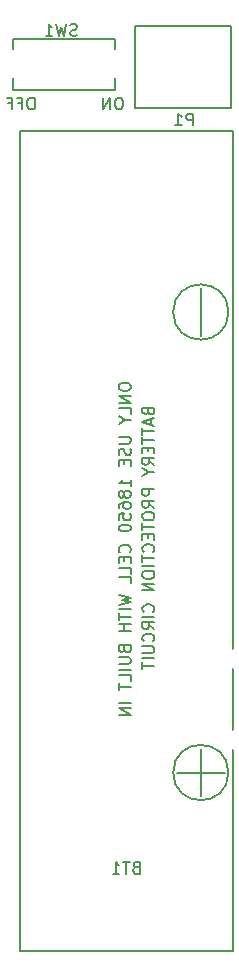
<source format=gbo>
G04 #@! TF.GenerationSoftware,KiCad,Pcbnew,(2017-01-24 revision 0b6147e)-makepkg*
G04 #@! TF.CreationDate,2017-05-22T07:18:10-07:00*
G04 #@! TF.ProjectId,SolderSniffer9000,536F6C646572536E6966666572393030,rev?*
G04 #@! TF.FileFunction,Legend,Bot*
G04 #@! TF.FilePolarity,Positive*
%FSLAX46Y46*%
G04 Gerber Fmt 4.6, Leading zero omitted, Abs format (unit mm)*
G04 Created by KiCad (PCBNEW (2017-01-24 revision 0b6147e)-makepkg) date 05/22/17 07:18:10*
%MOMM*%
%LPD*%
G01*
G04 APERTURE LIST*
%ADD10C,0.100000*%
%ADD11C,0.150000*%
%ADD12C,3.400000*%
%ADD13C,2.400000*%
%ADD14C,1.800000*%
%ADD15C,1.650006*%
%ADD16C,1.504000*%
%ADD17C,4.900000*%
G04 APERTURE END LIST*
D10*
D11*
X153366666Y-48552380D02*
X153176190Y-48552380D01*
X153080952Y-48600000D01*
X152985714Y-48695238D01*
X152938095Y-48885714D01*
X152938095Y-49219047D01*
X152985714Y-49409523D01*
X153080952Y-49504761D01*
X153176190Y-49552380D01*
X153366666Y-49552380D01*
X153461904Y-49504761D01*
X153557142Y-49409523D01*
X153604761Y-49219047D01*
X153604761Y-48885714D01*
X153557142Y-48695238D01*
X153461904Y-48600000D01*
X153366666Y-48552380D01*
X152509523Y-49552380D02*
X152509523Y-48552380D01*
X151938095Y-49552380D01*
X151938095Y-48552380D01*
X145938095Y-48552380D02*
X145747619Y-48552380D01*
X145652380Y-48600000D01*
X145557142Y-48695238D01*
X145509523Y-48885714D01*
X145509523Y-49219047D01*
X145557142Y-49409523D01*
X145652380Y-49504761D01*
X145747619Y-49552380D01*
X145938095Y-49552380D01*
X146033333Y-49504761D01*
X146128571Y-49409523D01*
X146176190Y-49219047D01*
X146176190Y-48885714D01*
X146128571Y-48695238D01*
X146033333Y-48600000D01*
X145938095Y-48552380D01*
X144747619Y-49028571D02*
X145080952Y-49028571D01*
X145080952Y-49552380D02*
X145080952Y-48552380D01*
X144604761Y-48552380D01*
X143890476Y-49028571D02*
X144223809Y-49028571D01*
X144223809Y-49552380D02*
X144223809Y-48552380D01*
X143747619Y-48552380D01*
X160200000Y-107700000D02*
X160200000Y-103700000D01*
X160200000Y-105700000D02*
X162200000Y-105700000D01*
X160200000Y-105700000D02*
X158200000Y-105700000D01*
X160200000Y-64700000D02*
X160200000Y-68700000D01*
X160900000Y-120800000D02*
X146900000Y-120800000D01*
X144900000Y-51800000D02*
X144900000Y-120800000D01*
X162900000Y-51420000D02*
X144900000Y-51420000D01*
X162900000Y-120800000D02*
X162900000Y-51800000D01*
X160900000Y-120800000D02*
X162900000Y-120800000D01*
X146900000Y-120800000D02*
X144900000Y-120800000D01*
X162532413Y-66710000D02*
G75*
G03X162532413Y-66710000I-2342413J0D01*
G01*
X162532413Y-105700000D02*
G75*
G03X162532413Y-105700000I-2342413J0D01*
G01*
X162900000Y-51420000D02*
X162900000Y-51800000D01*
X144900000Y-51420000D02*
X144900000Y-51790000D01*
X154650000Y-49474000D02*
X154650000Y-42474000D01*
X162750000Y-49474000D02*
X162750000Y-42474000D01*
X162750000Y-49474000D02*
X154650000Y-49474000D01*
X154650000Y-42474000D02*
X162750000Y-42474000D01*
X152890000Y-47920000D02*
X144290000Y-47920000D01*
X152890000Y-43620000D02*
X152890000Y-47920000D01*
X144290000Y-43620000D02*
X152890000Y-43620000D01*
X144290000Y-47920000D02*
X144290000Y-43620000D01*
X154685714Y-113728571D02*
X154542857Y-113776190D01*
X154495238Y-113823809D01*
X154447619Y-113919047D01*
X154447619Y-114061904D01*
X154495238Y-114157142D01*
X154542857Y-114204761D01*
X154638095Y-114252380D01*
X155019047Y-114252380D01*
X155019047Y-113252380D01*
X154685714Y-113252380D01*
X154590476Y-113300000D01*
X154542857Y-113347619D01*
X154495238Y-113442857D01*
X154495238Y-113538095D01*
X154542857Y-113633333D01*
X154590476Y-113680952D01*
X154685714Y-113728571D01*
X155019047Y-113728571D01*
X154161904Y-113252380D02*
X153590476Y-113252380D01*
X153876190Y-114252380D02*
X153876190Y-113252380D01*
X152733333Y-114252380D02*
X153304761Y-114252380D01*
X153019047Y-114252380D02*
X153019047Y-113252380D01*
X153114285Y-113395238D01*
X153209523Y-113490476D01*
X153304761Y-113538095D01*
X153252380Y-72942857D02*
X153252380Y-73133333D01*
X153300000Y-73228571D01*
X153395238Y-73323809D01*
X153585714Y-73371428D01*
X153919047Y-73371428D01*
X154109523Y-73323809D01*
X154204761Y-73228571D01*
X154252380Y-73133333D01*
X154252380Y-72942857D01*
X154204761Y-72847619D01*
X154109523Y-72752380D01*
X153919047Y-72704761D01*
X153585714Y-72704761D01*
X153395238Y-72752380D01*
X153300000Y-72847619D01*
X153252380Y-72942857D01*
X154252380Y-73800000D02*
X153252380Y-73800000D01*
X154252380Y-74371428D01*
X153252380Y-74371428D01*
X154252380Y-75323809D02*
X154252380Y-74847619D01*
X153252380Y-74847619D01*
X153776190Y-75847619D02*
X154252380Y-75847619D01*
X153252380Y-75514285D02*
X153776190Y-75847619D01*
X153252380Y-76180952D01*
X153252380Y-77276190D02*
X154061904Y-77276190D01*
X154157142Y-77323809D01*
X154204761Y-77371428D01*
X154252380Y-77466666D01*
X154252380Y-77657142D01*
X154204761Y-77752380D01*
X154157142Y-77800000D01*
X154061904Y-77847619D01*
X153252380Y-77847619D01*
X154204761Y-78276190D02*
X154252380Y-78419047D01*
X154252380Y-78657142D01*
X154204761Y-78752380D01*
X154157142Y-78800000D01*
X154061904Y-78847619D01*
X153966666Y-78847619D01*
X153871428Y-78800000D01*
X153823809Y-78752380D01*
X153776190Y-78657142D01*
X153728571Y-78466666D01*
X153680952Y-78371428D01*
X153633333Y-78323809D01*
X153538095Y-78276190D01*
X153442857Y-78276190D01*
X153347619Y-78323809D01*
X153300000Y-78371428D01*
X153252380Y-78466666D01*
X153252380Y-78704761D01*
X153300000Y-78847619D01*
X153728571Y-79276190D02*
X153728571Y-79609523D01*
X154252380Y-79752380D02*
X154252380Y-79276190D01*
X153252380Y-79276190D01*
X153252380Y-79752380D01*
X154252380Y-81466666D02*
X154252380Y-80895238D01*
X154252380Y-81180952D02*
X153252380Y-81180952D01*
X153395238Y-81085714D01*
X153490476Y-80990476D01*
X153538095Y-80895238D01*
X153680952Y-82038095D02*
X153633333Y-81942857D01*
X153585714Y-81895238D01*
X153490476Y-81847619D01*
X153442857Y-81847619D01*
X153347619Y-81895238D01*
X153300000Y-81942857D01*
X153252380Y-82038095D01*
X153252380Y-82228571D01*
X153300000Y-82323809D01*
X153347619Y-82371428D01*
X153442857Y-82419047D01*
X153490476Y-82419047D01*
X153585714Y-82371428D01*
X153633333Y-82323809D01*
X153680952Y-82228571D01*
X153680952Y-82038095D01*
X153728571Y-81942857D01*
X153776190Y-81895238D01*
X153871428Y-81847619D01*
X154061904Y-81847619D01*
X154157142Y-81895238D01*
X154204761Y-81942857D01*
X154252380Y-82038095D01*
X154252380Y-82228571D01*
X154204761Y-82323809D01*
X154157142Y-82371428D01*
X154061904Y-82419047D01*
X153871428Y-82419047D01*
X153776190Y-82371428D01*
X153728571Y-82323809D01*
X153680952Y-82228571D01*
X153252380Y-83276190D02*
X153252380Y-83085714D01*
X153300000Y-82990476D01*
X153347619Y-82942857D01*
X153490476Y-82847619D01*
X153680952Y-82800000D01*
X154061904Y-82800000D01*
X154157142Y-82847619D01*
X154204761Y-82895238D01*
X154252380Y-82990476D01*
X154252380Y-83180952D01*
X154204761Y-83276190D01*
X154157142Y-83323809D01*
X154061904Y-83371428D01*
X153823809Y-83371428D01*
X153728571Y-83323809D01*
X153680952Y-83276190D01*
X153633333Y-83180952D01*
X153633333Y-82990476D01*
X153680952Y-82895238D01*
X153728571Y-82847619D01*
X153823809Y-82800000D01*
X153252380Y-84276190D02*
X153252380Y-83800000D01*
X153728571Y-83752380D01*
X153680952Y-83800000D01*
X153633333Y-83895238D01*
X153633333Y-84133333D01*
X153680952Y-84228571D01*
X153728571Y-84276190D01*
X153823809Y-84323809D01*
X154061904Y-84323809D01*
X154157142Y-84276190D01*
X154204761Y-84228571D01*
X154252380Y-84133333D01*
X154252380Y-83895238D01*
X154204761Y-83800000D01*
X154157142Y-83752380D01*
X153252380Y-84942857D02*
X153252380Y-85038095D01*
X153300000Y-85133333D01*
X153347619Y-85180952D01*
X153442857Y-85228571D01*
X153633333Y-85276190D01*
X153871428Y-85276190D01*
X154061904Y-85228571D01*
X154157142Y-85180952D01*
X154204761Y-85133333D01*
X154252380Y-85038095D01*
X154252380Y-84942857D01*
X154204761Y-84847619D01*
X154157142Y-84800000D01*
X154061904Y-84752380D01*
X153871428Y-84704761D01*
X153633333Y-84704761D01*
X153442857Y-84752380D01*
X153347619Y-84800000D01*
X153300000Y-84847619D01*
X153252380Y-84942857D01*
X154157142Y-87038095D02*
X154204761Y-86990476D01*
X154252380Y-86847619D01*
X154252380Y-86752380D01*
X154204761Y-86609523D01*
X154109523Y-86514285D01*
X154014285Y-86466666D01*
X153823809Y-86419047D01*
X153680952Y-86419047D01*
X153490476Y-86466666D01*
X153395238Y-86514285D01*
X153300000Y-86609523D01*
X153252380Y-86752380D01*
X153252380Y-86847619D01*
X153300000Y-86990476D01*
X153347619Y-87038095D01*
X153728571Y-87466666D02*
X153728571Y-87800000D01*
X154252380Y-87942857D02*
X154252380Y-87466666D01*
X153252380Y-87466666D01*
X153252380Y-87942857D01*
X154252380Y-88847619D02*
X154252380Y-88371428D01*
X153252380Y-88371428D01*
X154252380Y-89657142D02*
X154252380Y-89180952D01*
X153252380Y-89180952D01*
X153252380Y-90657142D02*
X154252380Y-90895238D01*
X153538095Y-91085714D01*
X154252380Y-91276190D01*
X153252380Y-91514285D01*
X154252380Y-91895238D02*
X153252380Y-91895238D01*
X153252380Y-92228571D02*
X153252380Y-92800000D01*
X154252380Y-92514285D02*
X153252380Y-92514285D01*
X154252380Y-93133333D02*
X153252380Y-93133333D01*
X153728571Y-93133333D02*
X153728571Y-93704761D01*
X154252380Y-93704761D02*
X153252380Y-93704761D01*
X153728571Y-95276190D02*
X153776190Y-95419047D01*
X153823809Y-95466666D01*
X153919047Y-95514285D01*
X154061904Y-95514285D01*
X154157142Y-95466666D01*
X154204761Y-95419047D01*
X154252380Y-95323809D01*
X154252380Y-94942857D01*
X153252380Y-94942857D01*
X153252380Y-95276190D01*
X153300000Y-95371428D01*
X153347619Y-95419047D01*
X153442857Y-95466666D01*
X153538095Y-95466666D01*
X153633333Y-95419047D01*
X153680952Y-95371428D01*
X153728571Y-95276190D01*
X153728571Y-94942857D01*
X153252380Y-95942857D02*
X154061904Y-95942857D01*
X154157142Y-95990476D01*
X154204761Y-96038095D01*
X154252380Y-96133333D01*
X154252380Y-96323809D01*
X154204761Y-96419047D01*
X154157142Y-96466666D01*
X154061904Y-96514285D01*
X153252380Y-96514285D01*
X154252380Y-96990476D02*
X153252380Y-96990476D01*
X154252380Y-97942857D02*
X154252380Y-97466666D01*
X153252380Y-97466666D01*
X153252380Y-98133333D02*
X153252380Y-98704761D01*
X154252380Y-98419047D02*
X153252380Y-98419047D01*
X154252380Y-99800000D02*
X153252380Y-99800000D01*
X154252380Y-100276190D02*
X153252380Y-100276190D01*
X154252380Y-100847619D01*
X153252380Y-100847619D01*
X155728571Y-75133333D02*
X155776190Y-75276190D01*
X155823809Y-75323809D01*
X155919047Y-75371428D01*
X156061904Y-75371428D01*
X156157142Y-75323809D01*
X156204761Y-75276190D01*
X156252380Y-75180952D01*
X156252380Y-74800000D01*
X155252380Y-74800000D01*
X155252380Y-75133333D01*
X155300000Y-75228571D01*
X155347619Y-75276190D01*
X155442857Y-75323809D01*
X155538095Y-75323809D01*
X155633333Y-75276190D01*
X155680952Y-75228571D01*
X155728571Y-75133333D01*
X155728571Y-74800000D01*
X155966666Y-75752380D02*
X155966666Y-76228571D01*
X156252380Y-75657142D02*
X155252380Y-75990476D01*
X156252380Y-76323809D01*
X155252380Y-76514285D02*
X155252380Y-77085714D01*
X156252380Y-76800000D02*
X155252380Y-76800000D01*
X155252380Y-77276190D02*
X155252380Y-77847619D01*
X156252380Y-77561904D02*
X155252380Y-77561904D01*
X155728571Y-78180952D02*
X155728571Y-78514285D01*
X156252380Y-78657142D02*
X156252380Y-78180952D01*
X155252380Y-78180952D01*
X155252380Y-78657142D01*
X156252380Y-79657142D02*
X155776190Y-79323809D01*
X156252380Y-79085714D02*
X155252380Y-79085714D01*
X155252380Y-79466666D01*
X155300000Y-79561904D01*
X155347619Y-79609523D01*
X155442857Y-79657142D01*
X155585714Y-79657142D01*
X155680952Y-79609523D01*
X155728571Y-79561904D01*
X155776190Y-79466666D01*
X155776190Y-79085714D01*
X155776190Y-80276190D02*
X156252380Y-80276190D01*
X155252380Y-79942857D02*
X155776190Y-80276190D01*
X155252380Y-80609523D01*
X156252380Y-81704761D02*
X155252380Y-81704761D01*
X155252380Y-82085714D01*
X155300000Y-82180952D01*
X155347619Y-82228571D01*
X155442857Y-82276190D01*
X155585714Y-82276190D01*
X155680952Y-82228571D01*
X155728571Y-82180952D01*
X155776190Y-82085714D01*
X155776190Y-81704761D01*
X156252380Y-83276190D02*
X155776190Y-82942857D01*
X156252380Y-82704761D02*
X155252380Y-82704761D01*
X155252380Y-83085714D01*
X155300000Y-83180952D01*
X155347619Y-83228571D01*
X155442857Y-83276190D01*
X155585714Y-83276190D01*
X155680952Y-83228571D01*
X155728571Y-83180952D01*
X155776190Y-83085714D01*
X155776190Y-82704761D01*
X155252380Y-83895238D02*
X155252380Y-84085714D01*
X155300000Y-84180952D01*
X155395238Y-84276190D01*
X155585714Y-84323809D01*
X155919047Y-84323809D01*
X156109523Y-84276190D01*
X156204761Y-84180952D01*
X156252380Y-84085714D01*
X156252380Y-83895238D01*
X156204761Y-83800000D01*
X156109523Y-83704761D01*
X155919047Y-83657142D01*
X155585714Y-83657142D01*
X155395238Y-83704761D01*
X155300000Y-83800000D01*
X155252380Y-83895238D01*
X155252380Y-84609523D02*
X155252380Y-85180952D01*
X156252380Y-84895238D02*
X155252380Y-84895238D01*
X155728571Y-85514285D02*
X155728571Y-85847619D01*
X156252380Y-85990476D02*
X156252380Y-85514285D01*
X155252380Y-85514285D01*
X155252380Y-85990476D01*
X156157142Y-86990476D02*
X156204761Y-86942857D01*
X156252380Y-86800000D01*
X156252380Y-86704761D01*
X156204761Y-86561904D01*
X156109523Y-86466666D01*
X156014285Y-86419047D01*
X155823809Y-86371428D01*
X155680952Y-86371428D01*
X155490476Y-86419047D01*
X155395238Y-86466666D01*
X155300000Y-86561904D01*
X155252380Y-86704761D01*
X155252380Y-86800000D01*
X155300000Y-86942857D01*
X155347619Y-86990476D01*
X155252380Y-87276190D02*
X155252380Y-87847619D01*
X156252380Y-87561904D02*
X155252380Y-87561904D01*
X156252380Y-88180952D02*
X155252380Y-88180952D01*
X155252380Y-88847619D02*
X155252380Y-89038095D01*
X155300000Y-89133333D01*
X155395238Y-89228571D01*
X155585714Y-89276190D01*
X155919047Y-89276190D01*
X156109523Y-89228571D01*
X156204761Y-89133333D01*
X156252380Y-89038095D01*
X156252380Y-88847619D01*
X156204761Y-88752380D01*
X156109523Y-88657142D01*
X155919047Y-88609523D01*
X155585714Y-88609523D01*
X155395238Y-88657142D01*
X155300000Y-88752380D01*
X155252380Y-88847619D01*
X156252380Y-89704761D02*
X155252380Y-89704761D01*
X156252380Y-90276190D01*
X155252380Y-90276190D01*
X156157142Y-92085714D02*
X156204761Y-92038095D01*
X156252380Y-91895238D01*
X156252380Y-91800000D01*
X156204761Y-91657142D01*
X156109523Y-91561904D01*
X156014285Y-91514285D01*
X155823809Y-91466666D01*
X155680952Y-91466666D01*
X155490476Y-91514285D01*
X155395238Y-91561904D01*
X155300000Y-91657142D01*
X155252380Y-91800000D01*
X155252380Y-91895238D01*
X155300000Y-92038095D01*
X155347619Y-92085714D01*
X156252380Y-92514285D02*
X155252380Y-92514285D01*
X156252380Y-93561904D02*
X155776190Y-93228571D01*
X156252380Y-92990476D02*
X155252380Y-92990476D01*
X155252380Y-93371428D01*
X155300000Y-93466666D01*
X155347619Y-93514285D01*
X155442857Y-93561904D01*
X155585714Y-93561904D01*
X155680952Y-93514285D01*
X155728571Y-93466666D01*
X155776190Y-93371428D01*
X155776190Y-92990476D01*
X156157142Y-94561904D02*
X156204761Y-94514285D01*
X156252380Y-94371428D01*
X156252380Y-94276190D01*
X156204761Y-94133333D01*
X156109523Y-94038095D01*
X156014285Y-93990476D01*
X155823809Y-93942857D01*
X155680952Y-93942857D01*
X155490476Y-93990476D01*
X155395238Y-94038095D01*
X155300000Y-94133333D01*
X155252380Y-94276190D01*
X155252380Y-94371428D01*
X155300000Y-94514285D01*
X155347619Y-94561904D01*
X155252380Y-94990476D02*
X156061904Y-94990476D01*
X156157142Y-95038095D01*
X156204761Y-95085714D01*
X156252380Y-95180952D01*
X156252380Y-95371428D01*
X156204761Y-95466666D01*
X156157142Y-95514285D01*
X156061904Y-95561904D01*
X155252380Y-95561904D01*
X156252380Y-96038095D02*
X155252380Y-96038095D01*
X155252380Y-96371428D02*
X155252380Y-96942857D01*
X156252380Y-96657142D02*
X155252380Y-96657142D01*
X159528095Y-50916380D02*
X159528095Y-49916380D01*
X159147142Y-49916380D01*
X159051904Y-49964000D01*
X159004285Y-50011619D01*
X158956666Y-50106857D01*
X158956666Y-50249714D01*
X159004285Y-50344952D01*
X159051904Y-50392571D01*
X159147142Y-50440190D01*
X159528095Y-50440190D01*
X158004285Y-50916380D02*
X158575714Y-50916380D01*
X158290000Y-50916380D02*
X158290000Y-49916380D01*
X158385238Y-50059238D01*
X158480476Y-50154476D01*
X158575714Y-50202095D01*
X149713333Y-43284761D02*
X149570476Y-43332380D01*
X149332380Y-43332380D01*
X149237142Y-43284761D01*
X149189523Y-43237142D01*
X149141904Y-43141904D01*
X149141904Y-43046666D01*
X149189523Y-42951428D01*
X149237142Y-42903809D01*
X149332380Y-42856190D01*
X149522857Y-42808571D01*
X149618095Y-42760952D01*
X149665714Y-42713333D01*
X149713333Y-42618095D01*
X149713333Y-42522857D01*
X149665714Y-42427619D01*
X149618095Y-42380000D01*
X149522857Y-42332380D01*
X149284761Y-42332380D01*
X149141904Y-42380000D01*
X148808571Y-42332380D02*
X148570476Y-43332380D01*
X148380000Y-42618095D01*
X148189523Y-43332380D01*
X147951428Y-42332380D01*
X147046666Y-43332380D02*
X147618095Y-43332380D01*
X147332380Y-43332380D02*
X147332380Y-42332380D01*
X147427619Y-42475238D01*
X147522857Y-42570476D01*
X147618095Y-42618095D01*
%LPC*%
D12*
X156100000Y-110100000D03*
X151020000Y-110100000D03*
X153560000Y-117720000D03*
X156100000Y-62100000D03*
X151020000Y-62100000D03*
X153560000Y-54480000D03*
D13*
X156950000Y-46024000D03*
X160450000Y-46024000D03*
X152690000Y-45720000D03*
X144490000Y-45720000D03*
D14*
X148590000Y-45720000D03*
X150590000Y-45720000D03*
X146590000Y-45720000D03*
D15*
X162980000Y-102920000D03*
X162980000Y-96060000D03*
D16*
X160310000Y-96992060D03*
X160310000Y-101992060D03*
D17*
X137110000Y-46430000D03*
X137110000Y-117930000D03*
M02*

</source>
